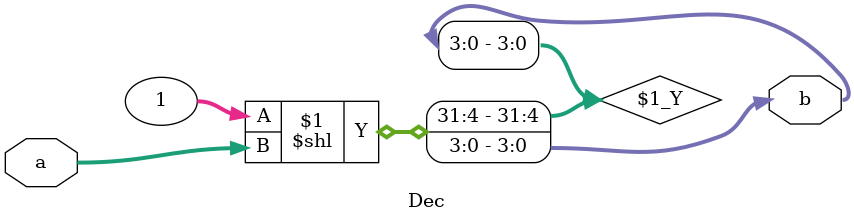
<source format=v>
module Dec(a,b);
	parameter n=2;
	parameter m=4;
	input [n-1:0] a;
	output[m-1:0] b;
	assign b=1<<a;

endmodule

</source>
